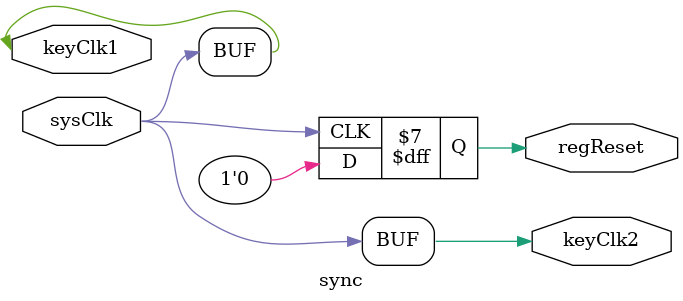
<source format=sv>

module sync (
    input logic keyClk1, sysClk,
    output logic keyClk2, regReset
    );

    logic [4:0] count = 0;

    assign keyClk1 = sysClk;
    assign keyClk2 = keyClk1;
	
    always_ff @ (posedge sysClk) begin
        if(regReset) begin
            count <= 0;
        end
        else begin
            count <= count + 1;
        end
        regReset <= 0;
    end

endmodule
</source>
